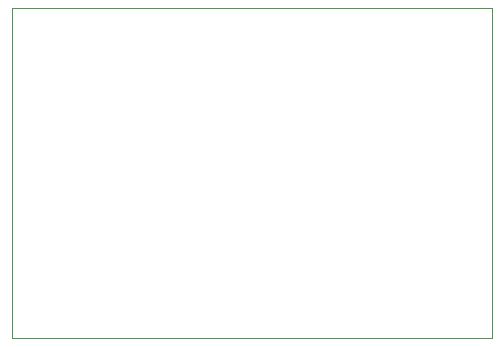
<source format=gbr>
%TF.GenerationSoftware,KiCad,Pcbnew,(5.1.6-0-10_14)*%
%TF.CreationDate,2021-06-09T21:20:11-05:00*%
%TF.ProjectId,led_driver_v2_06052021,6c65645f-6472-4697-9665-725f76325f30,rev?*%
%TF.SameCoordinates,Original*%
%TF.FileFunction,Legend,Bot*%
%TF.FilePolarity,Positive*%
%FSLAX46Y46*%
G04 Gerber Fmt 4.6, Leading zero omitted, Abs format (unit mm)*
G04 Created by KiCad (PCBNEW (5.1.6-0-10_14)) date 2021-06-09 21:20:11*
%MOMM*%
%LPD*%
G01*
G04 APERTURE LIST*
%TA.AperFunction,Profile*%
%ADD10C,0.050000*%
%TD*%
G04 APERTURE END LIST*
D10*
X182880000Y-25400000D02*
X142240000Y-25400000D01*
X182880000Y-53340000D02*
X182880000Y-25400000D01*
X142240000Y-53340000D02*
X182880000Y-53340000D01*
X142240000Y-25400000D02*
X142240000Y-53340000D01*
M02*

</source>
